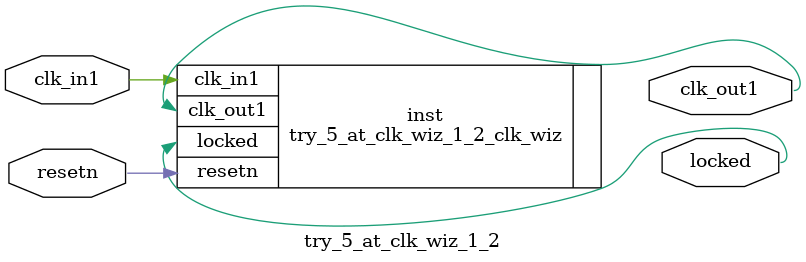
<source format=v>


`timescale 1ps/1ps

(* CORE_GENERATION_INFO = "try_5_at_clk_wiz_1_2,clk_wiz_v6_0_13_0_0,{component_name=try_5_at_clk_wiz_1_2,use_phase_alignment=true,use_min_o_jitter=false,use_max_i_jitter=false,use_dyn_phase_shift=false,use_inclk_switchover=false,use_dyn_reconfig=false,enable_axi=0,feedback_source=FDBK_AUTO,PRIMITIVE=MMCM,num_out_clk=1,clkin1_period=10.000,clkin2_period=10.000,use_power_down=false,use_reset=true,use_locked=true,use_inclk_stopped=false,feedback_type=SINGLE,CLOCK_MGR_TYPE=NA,manual_override=false}" *)

module try_5_at_clk_wiz_1_2 
 (
  // Clock out ports
  output        clk_out1,
  // Status and control signals
  input         resetn,
  output        locked,
 // Clock in ports
  input         clk_in1
 );

  try_5_at_clk_wiz_1_2_clk_wiz inst
  (
  // Clock out ports  
  .clk_out1(clk_out1),
  // Status and control signals               
  .resetn(resetn), 
  .locked(locked),
 // Clock in ports
  .clk_in1(clk_in1)
  );

endmodule

</source>
